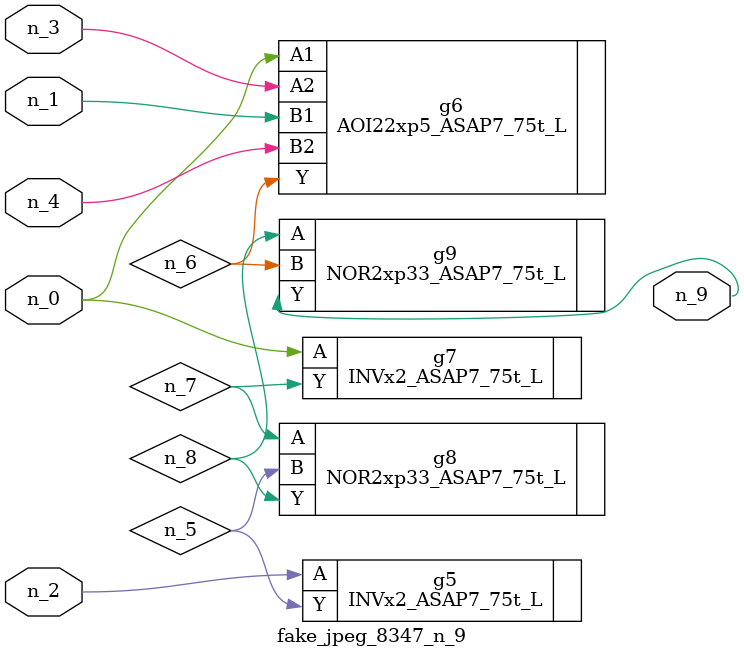
<source format=v>
module fake_jpeg_8347_n_9 (n_3, n_2, n_1, n_0, n_4, n_9);

input n_3;
input n_2;
input n_1;
input n_0;
input n_4;

output n_9;

wire n_8;
wire n_6;
wire n_5;
wire n_7;

INVx2_ASAP7_75t_L g5 ( 
.A(n_2),
.Y(n_5)
);

AOI22xp5_ASAP7_75t_L g6 ( 
.A1(n_0),
.A2(n_3),
.B1(n_1),
.B2(n_4),
.Y(n_6)
);

INVx2_ASAP7_75t_L g7 ( 
.A(n_0),
.Y(n_7)
);

NOR2xp33_ASAP7_75t_L g8 ( 
.A(n_7),
.B(n_5),
.Y(n_8)
);

NOR2xp33_ASAP7_75t_L g9 ( 
.A(n_8),
.B(n_6),
.Y(n_9)
);


endmodule
</source>
